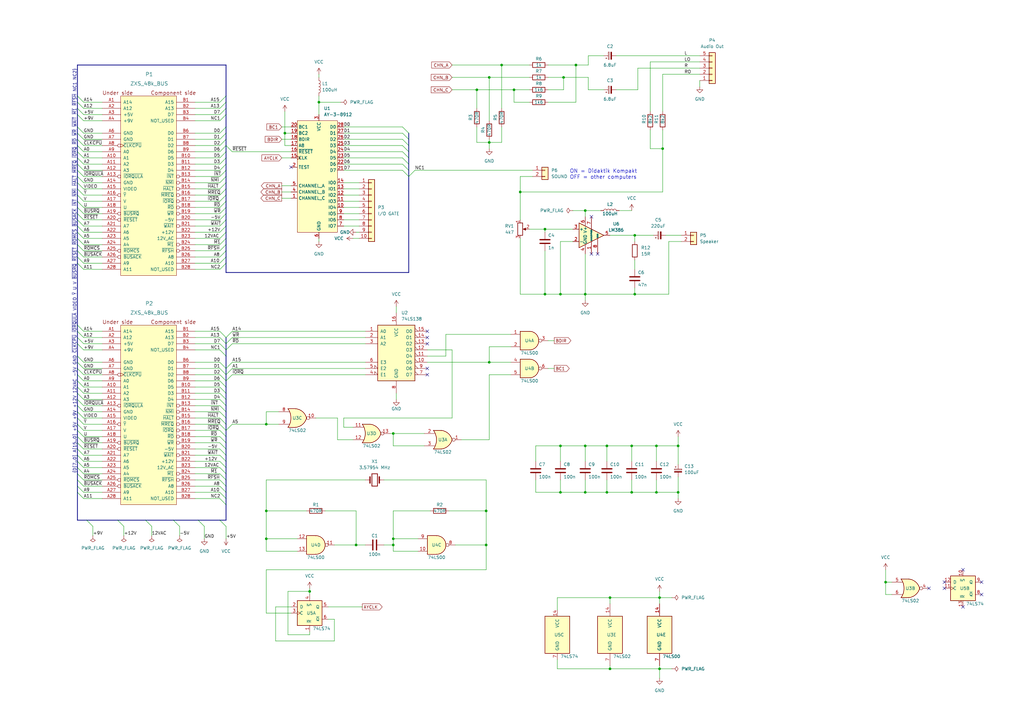
<source format=kicad_sch>
(kicad_sch (version 20211123) (generator eeschema)
  (paper "A3")
  (title_block (title "Melodik2") (date "2025-03-28") (rev "2.0") (company "z00m ^ SinDiKAT"))
  (junction (at 250.19 274.32))
  (junction (at 205.74 26.67))
  (junction (at 269.24 201.93))
  (junction (at 199.39 223.52))
  (junction (at 240.03 120.65))
  (junction (at 240.03 182.88))
  (junction (at 210.82 36.83))
  (junction (at 270.51 245.11))
  (junction (at 109.22 209.55))
  (junction (at 161.29 223.52))
  (junction (at 259.08 201.93))
  (junction (at 161.29 177.8))
  (junction (at 229.87 120.65))
  (junction (at 271.78 60.96))
  (junction (at 231.14 31.75))
  (junction (at 240.03 86.36))
  (junction (at 223.52 93.98))
  (junction (at 200.66 148.59))
  (junction (at 270.51 274.32))
  (junction (at 260.35 120.65))
  (junction (at 363.22 238.76))
  (junction (at 116.84 54.61))
  (junction (at 200.66 31.75))
  (junction (at 229.87 201.93))
  (junction (at 278.13 182.88))
  (junction (at 213.36 78.74))
  (junction (at 161.29 220.98))
  (junction (at 236.22 26.67))
  (junction (at 278.13 201.93))
  (junction (at 199.39 209.55))
  (junction (at 250.19 245.11))
  (junction (at 223.52 120.65))
  (junction (at 200.66 58.42))
  (junction (at 229.87 182.88))
  (junction (at 146.05 223.52))
  (junction (at 127 242.57))
  (junction (at 259.08 182.88))
  (junction (at 130.81 41.91))
  (junction (at 269.24 182.88))
  (junction (at 248.92 182.88))
  (junction (at 195.58 36.83))
  (junction (at 240.03 201.93))
  (junction (at 248.92 201.93))
  (junction (at 260.35 96.52))
  (junction (at 109.22 220.98))
  (junction (at 109.22 173.99))
  (no_connect (at 242.57 104.14))
  (no_connect (at 175.26 140.97))
  (no_connect (at 245.11 104.14))
  (no_connect (at 394.97 248.92))
  (no_connect (at 402.59 243.84))
  (no_connect (at 175.26 153.67))
  (no_connect (at 387.35 241.3))
  (no_connect (at 387.35 238.76))
  (no_connect (at 402.59 238.76))
  (no_connect (at 119.38 68.58))
  (no_connect (at 394.97 233.68))
  (no_connect (at 175.26 151.13))
  (no_connect (at 381 241.3))
  (no_connect (at 175.26 135.89))
  (no_connect (at 175.26 138.43))
  (no_connect (at 242.57 88.9))
  (bus_entry (at 31.75 168.91) (size 2.54 2.54))
  (bus_entry (at 92.71 158.75) (size -2.54 -2.54))
  (bus_entry (at 31.75 46.99) (size 2.54 2.54))
  (bus_entry (at 92.71 69.85) (size -2.54 2.54))
  (bus_entry (at 92.71 199.39) (size -2.54 -2.54))
  (bus_entry (at 92.71 100.33) (size -2.54 2.54))
  (bus_entry (at 71.12 213.36) (size 2.54 2.54))
  (bus_entry (at 31.75 64.77) (size 2.54 2.54))
  (bus_entry (at 92.71 95.25) (size -2.54 2.54))
  (bus_entry (at 31.75 138.43) (size 2.54 2.54))
  (bus_entry (at 167.64 59.69) (size -2.54 -2.54))
  (bus_entry (at 92.71 171.45) (size -2.54 -2.54))
  (bus_entry (at 92.71 194.31) (size -2.54 -2.54))
  (bus_entry (at 31.75 179.07) (size 2.54 2.54))
  (bus_entry (at 31.75 166.37) (size 2.54 2.54))
  (bus_entry (at 92.71 64.77) (size -2.54 2.54))
  (bus_entry (at 92.71 161.29) (size -2.54 -2.54))
  (bus_entry (at 31.75 85.09) (size 2.54 2.54))
  (bus_entry (at 31.75 140.97) (size 2.54 2.54))
  (bus_entry (at 31.75 146.05) (size 2.54 2.54))
  (bus_entry (at 31.75 135.89) (size 2.54 2.54))
  (bus_entry (at 31.75 176.53) (size 2.54 2.54))
  (bus_entry (at 92.71 151.13) (size -2.54 -2.54))
  (bus_entry (at 31.75 171.45) (size 2.54 2.54))
  (bus_entry (at 92.71 163.83) (size -2.54 -2.54))
  (bus_entry (at 92.71 52.07) (size -2.54 2.54))
  (bus_entry (at 167.64 57.15) (size -2.54 -2.54))
  (bus_entry (at 92.71 67.31) (size -2.54 2.54))
  (bus_entry (at 31.75 87.63) (size 2.54 2.54))
  (bus_entry (at 31.75 194.31) (size 2.54 2.54))
  (bus_entry (at 167.64 54.61) (size -2.54 -2.54))
  (bus_entry (at 92.71 57.15) (size -2.54 2.54))
  (bus_entry (at 167.64 62.23) (size -2.54 -2.54))
  (bus_entry (at 92.71 107.95) (size -2.54 2.54))
  (bus_entry (at 90.17 213.36) (size 2.54 2.54))
  (bus_entry (at 92.71 77.47) (size -2.54 2.54))
  (bus_entry (at 92.71 146.05) (size -2.54 -2.54))
  (bus_entry (at 31.75 173.99) (size 2.54 2.54))
  (bus_entry (at 92.71 140.97) (size 2.54 -2.54))
  (bus_entry (at 92.71 201.93) (size -2.54 -2.54))
  (bus_entry (at 31.75 90.17) (size 2.54 2.54))
  (bus_entry (at 92.71 143.51) (size -2.54 -2.54))
  (bus_entry (at 31.75 72.39) (size 2.54 2.54))
  (bus_entry (at 92.71 176.53) (size -2.54 -2.54))
  (bus_entry (at 31.75 191.77) (size 2.54 2.54))
  (bus_entry (at 31.75 54.61) (size 2.54 2.54))
  (bus_entry (at 92.71 102.87) (size -2.54 2.54))
  (bus_entry (at 92.71 153.67) (size -2.54 -2.54))
  (bus_entry (at 31.75 158.75) (size 2.54 2.54))
  (bus_entry (at 167.64 67.31) (size -2.54 -2.54))
  (bus_entry (at 92.71 166.37) (size -2.54 -2.54))
  (bus_entry (at 92.71 97.79) (size -2.54 2.54))
  (bus_entry (at 31.75 102.87) (size 2.54 2.54))
  (bus_entry (at 31.75 107.95) (size 2.54 2.54))
  (bus_entry (at 92.71 85.09) (size -2.54 2.54))
  (bus_entry (at 92.71 105.41) (size -2.54 2.54))
  (bus_entry (at 31.75 69.85) (size 2.54 2.54))
  (bus_entry (at 92.71 168.91) (size -2.54 -2.54))
  (bus_entry (at 31.75 163.83) (size 2.54 2.54))
  (bus_entry (at 92.71 59.69) (size -2.54 2.54))
  (bus_entry (at 167.64 72.39) (size 2.54 -2.54))
  (bus_entry (at 31.75 189.23) (size 2.54 2.54))
  (bus_entry (at 31.75 92.71) (size 2.54 2.54))
  (bus_entry (at 31.75 153.67) (size 2.54 2.54))
  (bus_entry (at 59.69 213.36) (size 2.54 2.54))
  (bus_entry (at 92.71 72.39) (size -2.54 2.54))
  (bus_entry (at 31.75 148.59) (size 2.54 2.54))
  (bus_entry (at 92.71 138.43) (size -2.54 -2.54))
  (bus_entry (at 31.75 201.93) (size 2.54 2.54))
  (bus_entry (at 92.71 138.43) (size 2.54 -2.54))
  (bus_entry (at 31.75 199.39) (size 2.54 2.54))
  (bus_entry (at 31.75 151.13) (size 2.54 2.54))
  (bus_entry (at 92.71 46.99) (size -2.54 2.54))
  (bus_entry (at 92.71 59.69) (size 2.54 2.54))
  (bus_entry (at 92.71 140.97) (size -2.54 -2.54))
  (bus_entry (at 31.75 62.23) (size 2.54 2.54))
  (bus_entry (at 31.75 39.37) (size 2.54 2.54))
  (bus_entry (at 92.71 82.55) (size -2.54 2.54))
  (bus_entry (at 92.71 179.07) (size -2.54 -2.54))
  (bus_entry (at 92.71 151.13) (size 2.54 -2.54))
  (bus_entry (at 92.71 184.15) (size -2.54 -2.54))
  (bus_entry (at 31.75 100.33) (size 2.54 2.54))
  (bus_entry (at 92.71 156.21) (size -2.54 -2.54))
  (bus_entry (at 92.71 54.61) (size -2.54 2.54))
  (bus_entry (at 48.26 213.36) (size 2.54 2.54))
  (bus_entry (at 81.28 213.36) (size 2.54 2.54))
  (bus_entry (at 31.75 77.47) (size 2.54 2.54))
  (bus_entry (at 92.71 44.45) (size -2.54 2.54))
  (bus_entry (at 92.71 92.71) (size -2.54 2.54))
  (bus_entry (at 31.75 80.01) (size 2.54 2.54))
  (bus_entry (at 92.71 143.51) (size 2.54 -2.54))
  (bus_entry (at 31.75 184.15) (size 2.54 2.54))
  (bus_entry (at 31.75 161.29) (size 2.54 2.54))
  (bus_entry (at 31.75 74.93) (size 2.54 2.54))
  (bus_entry (at 31.75 67.31) (size 2.54 2.54))
  (bus_entry (at 167.64 69.85) (size -2.54 -2.54))
  (bus_entry (at 31.75 133.35) (size 2.54 2.54))
  (bus_entry (at 31.75 44.45) (size 2.54 2.54))
  (bus_entry (at 31.75 57.15) (size 2.54 2.54))
  (bus_entry (at 167.64 64.77) (size -2.54 -2.54))
  (bus_entry (at 31.75 196.85) (size 2.54 2.54))
  (bus_entry (at 92.71 181.61) (size -2.54 -2.54))
  (bus_entry (at 92.71 204.47) (size -2.54 -2.54))
  (bus_entry (at 31.75 82.55) (size 2.54 2.54))
  (bus_entry (at 31.75 156.21) (size 2.54 2.54))
  (bus_entry (at 92.71 186.69) (size -2.54 -2.54))
  (bus_entry (at 31.75 186.69) (size 2.54 2.54))
  (bus_entry (at 92.71 62.23) (size -2.54 2.54))
  (bus_entry (at 92.71 41.91) (size -2.54 2.54))
  (bus_entry (at 92.71 176.53) (size 2.54 -2.54))
  (bus_entry (at 92.71 191.77) (size -2.54 -2.54))
  (bus_entry (at 92.71 196.85) (size -2.54 -2.54))
  (bus_entry (at 92.71 153.67) (size 2.54 -2.54))
  (bus_entry (at 92.71 74.93) (size -2.54 2.54))
  (bus_entry (at 31.75 59.69) (size 2.54 2.54))
  (bus_entry (at 31.75 52.07) (size 2.54 2.54))
  (bus_entry (at 31.75 97.79) (size 2.54 2.54))
  (bus_entry (at 92.71 80.01) (size -2.54 2.54))
  (bus_entry (at 31.75 95.25) (size 2.54 2.54))
  (bus_entry (at 92.71 189.23) (size -2.54 -2.54))
  (bus_entry (at 92.71 207.01) (size -2.54 -2.54))
  (bus_entry (at 31.75 105.41) (size 2.54 2.54))
  (bus_entry (at 92.71 173.99) (size -2.54 -2.54))
  (bus_entry (at 167.64 72.39) (size -2.54 -2.54))
  (bus_entry (at 31.75 41.91) (size 2.54 2.54))
  (bus_entry (at 92.71 90.17) (size -2.54 2.54))
  (bus_entry (at 92.71 156.21) (size 2.54 -2.54))
  (bus_entry (at 35.56 213.36) (size 2.54 2.54))
  (bus_entry (at 92.71 87.63) (size -2.54 2.54))
  (bus_entry (at 31.75 181.61) (size 2.54 2.54))
  (bus_entry (at 92.71 39.37) (size -2.54 2.54))
  (wire (pts (xy 259.08 201.93) (xy 269.24 201.93)))
  (wire (pts (xy 260.35 118.11) (xy 260.35 120.65)))
  (wire (pts (xy 80.01 105.41) (xy 90.17 105.41)))
  (wire (pts (xy 140.97 171.45) (xy 140.97 175.26)))
  (wire (pts (xy 116.84 54.61) (xy 119.38 54.61)))
  (bus (pts (xy 92.71 41.91) (xy 92.71 44.45)))
  (wire (pts (xy 34.29 196.85) (xy 41.91 196.85)))
  (wire (pts (xy 236.22 26.67) (xy 241.3 26.67)))
  (wire (pts (xy 109.22 251.46) (xy 109.22 233.68)))
  (bus (pts (xy 92.71 90.17) (xy 92.71 92.71)))
  (wire (pts (xy 259.08 196.85) (xy 259.08 201.93)))
  (wire (pts (xy 229.87 201.93) (xy 240.03 201.93)))
  (bus (pts (xy 31.75 107.95) (xy 31.75 133.35)))
  (wire (pts (xy 34.29 173.99) (xy 41.91 173.99)))
  (wire (pts (xy 162.56 125.73) (xy 162.56 128.27)))
  (bus (pts (xy 31.75 100.33) (xy 31.75 102.87)))
  (bus (pts (xy 48.26 213.36) (xy 59.69 213.36)))
  (wire (pts (xy 80.01 46.99) (xy 90.17 46.99)))
  (wire (pts (xy 34.29 201.93) (xy 41.91 201.93)))
  (bus (pts (xy 81.28 213.36) (xy 90.17 213.36)))
  (wire (pts (xy 248.92 201.93) (xy 259.08 201.93)))
  (wire (pts (xy 205.74 26.67) (xy 217.17 26.67)))
  (bus (pts (xy 31.75 87.63) (xy 31.75 90.17)))
  (wire (pts (xy 118.11 260.35) (xy 118.11 242.57)))
  (wire (pts (xy 140.97 90.17) (xy 147.32 90.17)))
  (wire (pts (xy 224.79 31.75) (xy 231.14 31.75)))
  (bus (pts (xy 167.64 67.31) (xy 167.64 69.85)))
  (wire (pts (xy 213.36 78.74) (xy 271.78 78.74)))
  (wire (pts (xy 80.01 176.53) (xy 90.17 176.53)))
  (wire (pts (xy 260.35 96.52) (xy 267.97 96.52)))
  (wire (pts (xy 140.97 67.31) (xy 165.1 67.31)))
  (wire (pts (xy 213.36 78.74) (xy 213.36 90.17)))
  (wire (pts (xy 95.25 138.43) (xy 149.86 138.43)))
  (bus (pts (xy 31.75 138.43) (xy 31.75 140.97)))
  (wire (pts (xy 240.03 201.93) (xy 248.92 201.93)))
  (wire (pts (xy 34.29 100.33) (xy 41.91 100.33)))
  (wire (pts (xy 200.66 58.42) (xy 200.66 60.96)))
  (wire (pts (xy 34.29 179.07) (xy 41.91 179.07)))
  (bus (pts (xy 31.75 194.31) (xy 31.75 196.85)))
  (wire (pts (xy 144.78 180.34) (xy 138.43 180.34)))
  (bus (pts (xy 31.75 153.67) (xy 31.75 156.21)))
  (wire (pts (xy 80.01 158.75) (xy 90.17 158.75)))
  (wire (pts (xy 34.29 156.21) (xy 41.91 156.21)))
  (wire (pts (xy 109.22 168.91) (xy 114.3 168.91)))
  (wire (pts (xy 140.97 57.15) (xy 165.1 57.15)))
  (wire (pts (xy 241.3 22.86) (xy 247.65 22.86)))
  (wire (pts (xy 231.14 31.75) (xy 241.3 31.75)))
  (wire (pts (xy 34.29 95.25) (xy 41.91 95.25)))
  (wire (pts (xy 224.79 26.67) (xy 236.22 26.67)))
  (wire (pts (xy 80.01 87.63) (xy 90.17 87.63)))
  (wire (pts (xy 113.03 262.89) (xy 137.16 262.89)))
  (wire (pts (xy 95.25 148.59) (xy 149.86 148.59)))
  (bus (pts (xy 92.71 168.91) (xy 92.71 171.45)))
  (wire (pts (xy 217.17 93.98) (xy 223.52 93.98)))
  (bus (pts (xy 31.75 46.99) (xy 31.75 52.07)))
  (wire (pts (xy 161.29 220.98) (xy 161.29 223.52)))
  (wire (pts (xy 80.01 168.91) (xy 90.17 168.91)))
  (wire (pts (xy 210.82 41.91) (xy 217.17 41.91)))
  (wire (pts (xy 80.01 161.29) (xy 90.17 161.29)))
  (wire (pts (xy 34.29 194.31) (xy 41.91 194.31)))
  (wire (pts (xy 162.56 161.29) (xy 162.56 163.83)))
  (bus (pts (xy 92.71 74.93) (xy 92.71 77.47)))
  (wire (pts (xy 278.13 201.93) (xy 278.13 195.58)))
  (bus (pts (xy 92.71 191.77) (xy 92.71 194.31)))
  (wire (pts (xy 34.29 49.53) (xy 41.91 49.53)))
  (wire (pts (xy 134.62 248.92) (xy 148.59 248.92)))
  (wire (pts (xy 127 260.35) (xy 118.11 260.35)))
  (wire (pts (xy 137.16 262.89) (xy 137.16 254)))
  (bus (pts (xy 31.75 146.05) (xy 31.75 148.59)))
  (wire (pts (xy 195.58 52.07) (xy 195.58 58.42)))
  (wire (pts (xy 80.01 166.37) (xy 90.17 166.37)))
  (wire (pts (xy 109.22 220.98) (xy 121.92 220.98)))
  (wire (pts (xy 80.01 59.69) (xy 90.17 59.69)))
  (wire (pts (xy 271.78 53.34) (xy 271.78 60.96)))
  (wire (pts (xy 34.29 64.77) (xy 41.91 64.77)))
  (wire (pts (xy 186.69 223.52) (xy 199.39 223.52)))
  (bus (pts (xy 31.75 161.29) (xy 31.75 163.83)))
  (wire (pts (xy 157.48 196.85) (xy 199.39 196.85)))
  (wire (pts (xy 363.22 238.76) (xy 365.76 238.76)))
  (bus (pts (xy 92.71 69.85) (xy 92.71 72.39)))
  (bus (pts (xy 92.71 80.01) (xy 92.71 82.55)))
  (bus (pts (xy 92.71 57.15) (xy 92.71 59.69)))
  (wire (pts (xy 80.01 171.45) (xy 90.17 171.45)))
  (wire (pts (xy 95.25 135.89) (xy 149.86 135.89)))
  (wire (pts (xy 113.03 248.92) (xy 113.03 262.89)))
  (wire (pts (xy 161.29 209.55) (xy 161.29 220.98)))
  (wire (pts (xy 109.22 209.55) (xy 109.22 220.98)))
  (wire (pts (xy 250.19 247.65) (xy 250.19 245.11)))
  (bus (pts (xy 92.71 199.39) (xy 92.71 201.93)))
  (wire (pts (xy 80.01 44.45) (xy 90.17 44.45)))
  (wire (pts (xy 260.35 120.65) (xy 274.32 120.65)))
  (wire (pts (xy 185.42 26.67) (xy 205.74 26.67)))
  (wire (pts (xy 34.29 153.67) (xy 41.91 153.67)))
  (bus (pts (xy 31.75 90.17) (xy 31.75 92.71)))
  (wire (pts (xy 157.48 223.52) (xy 161.29 223.52)))
  (bus (pts (xy 31.75 54.61) (xy 31.75 57.15)))
  (bus (pts (xy 31.75 196.85) (xy 31.75 199.39)))
  (wire (pts (xy 224.79 36.83) (xy 231.14 36.83)))
  (wire (pts (xy 189.23 180.34) (xy 200.66 180.34)))
  (bus (pts (xy 31.75 163.83) (xy 31.75 166.37)))
  (wire (pts (xy 133.35 209.55) (xy 146.05 209.55)))
  (wire (pts (xy 363.22 243.84) (xy 365.76 243.84)))
  (wire (pts (xy 80.01 90.17) (xy 90.17 90.17)))
  (bus (pts (xy 92.71 163.83) (xy 92.71 166.37)))
  (wire (pts (xy 80.01 57.15) (xy 90.17 57.15)))
  (wire (pts (xy 146.05 223.52) (xy 149.86 223.52)))
  (wire (pts (xy 210.82 36.83) (xy 210.82 41.91)))
  (wire (pts (xy 80.01 80.01) (xy 90.17 80.01)))
  (wire (pts (xy 80.01 110.49) (xy 90.17 110.49)))
  (bus (pts (xy 31.75 156.21) (xy 31.75 158.75)))
  (wire (pts (xy 270.51 245.11) (xy 270.51 247.65)))
  (wire (pts (xy 250.19 96.52) (xy 260.35 96.52)))
  (wire (pts (xy 278.13 179.07) (xy 278.13 182.88)))
  (wire (pts (xy 182.88 146.05) (xy 182.88 137.16)))
  (wire (pts (xy 210.82 36.83) (xy 217.17 36.83)))
  (wire (pts (xy 34.29 69.85) (xy 41.91 69.85)))
  (wire (pts (xy 182.88 137.16) (xy 209.55 137.16)))
  (bus (pts (xy 90.17 213.36) (xy 92.71 213.36)))
  (bus (pts (xy 92.71 196.85) (xy 92.71 199.39)))
  (wire (pts (xy 127 242.57) (xy 127 241.3)))
  (wire (pts (xy 80.01 204.47) (xy 90.17 204.47)))
  (wire (pts (xy 185.42 171.45) (xy 140.97 171.45)))
  (wire (pts (xy 80.01 163.83) (xy 90.17 163.83)))
  (bus (pts (xy 92.71 179.07) (xy 92.71 181.61)))
  (wire (pts (xy 161.29 182.88) (xy 161.29 177.8)))
  (wire (pts (xy 134.62 254) (xy 137.16 254)))
  (bus (pts (xy 92.71 95.25) (xy 92.71 97.79)))
  (wire (pts (xy 228.6 274.32) (xy 250.19 274.32)))
  (wire (pts (xy 80.01 189.23) (xy 90.17 189.23)))
  (wire (pts (xy 34.29 41.91) (xy 41.91 41.91)))
  (wire (pts (xy 199.39 223.52) (xy 199.39 233.68)))
  (wire (pts (xy 240.03 86.36) (xy 240.03 88.9)))
  (bus (pts (xy 92.71 59.69) (xy 92.71 62.23)))
  (wire (pts (xy 278.13 201.93) (xy 278.13 204.47)))
  (wire (pts (xy 34.29 90.17) (xy 41.91 90.17)))
  (wire (pts (xy 200.66 148.59) (xy 209.55 148.59)))
  (bus (pts (xy 92.71 186.69) (xy 92.71 189.23)))
  (wire (pts (xy 269.24 201.93) (xy 278.13 201.93)))
  (wire (pts (xy 115.57 52.07) (xy 119.38 52.07)))
  (wire (pts (xy 170.18 69.85) (xy 218.44 69.85)))
  (bus (pts (xy 71.12 213.36) (xy 81.28 213.36)))
  (wire (pts (xy 34.29 44.45) (xy 41.91 44.45)))
  (bus (pts (xy 31.75 179.07) (xy 31.75 181.61)))
  (wire (pts (xy 287.02 33.02) (xy 287.02 35.56)))
  (bus (pts (xy 35.56 213.36) (xy 48.26 213.36)))
  (wire (pts (xy 34.29 110.49) (xy 41.91 110.49)))
  (wire (pts (xy 266.7 45.72) (xy 266.7 25.4)))
  (bus (pts (xy 92.71 77.47) (xy 92.71 80.01)))
  (wire (pts (xy 175.26 146.05) (xy 182.88 146.05)))
  (bus (pts (xy 31.75 168.91) (xy 31.75 171.45)))
  (wire (pts (xy 34.29 87.63) (xy 41.91 87.63)))
  (wire (pts (xy 127 259.08) (xy 127 260.35)))
  (wire (pts (xy 109.22 168.91) (xy 109.22 173.99)))
  (wire (pts (xy 140.97 62.23) (xy 165.1 62.23)))
  (wire (pts (xy 200.66 31.75) (xy 200.66 49.53)))
  (wire (pts (xy 140.97 74.93) (xy 147.32 74.93)))
  (wire (pts (xy 240.03 120.65) (xy 240.03 123.19)))
  (wire (pts (xy 34.29 166.37) (xy 41.91 166.37)))
  (wire (pts (xy 80.01 194.31) (xy 90.17 194.31)))
  (wire (pts (xy 139.7 41.91) (xy 130.81 41.91)))
  (wire (pts (xy 219.71 201.93) (xy 229.87 201.93)))
  (wire (pts (xy 34.29 92.71) (xy 41.91 92.71)))
  (wire (pts (xy 234.95 86.36) (xy 240.03 86.36)))
  (bus (pts (xy 31.75 59.69) (xy 31.75 62.23)))
  (wire (pts (xy 260.35 106.68) (xy 260.35 110.49)))
  (wire (pts (xy 252.73 36.83) (xy 261.62 36.83)))
  (wire (pts (xy 200.66 58.42) (xy 205.74 58.42)))
  (wire (pts (xy 213.36 72.39) (xy 218.44 72.39)))
  (wire (pts (xy 80.01 135.89) (xy 90.17 135.89)))
  (wire (pts (xy 73.66 215.9) (xy 73.66 219.71)))
  (wire (pts (xy 80.01 64.77) (xy 90.17 64.77)))
  (wire (pts (xy 130.81 39.37) (xy 130.81 41.91)))
  (bus (pts (xy 31.75 148.59) (xy 31.75 151.13)))
  (wire (pts (xy 248.92 182.88) (xy 259.08 182.88)))
  (wire (pts (xy 62.23 215.9) (xy 62.23 219.71)))
  (wire (pts (xy 80.01 151.13) (xy 90.17 151.13)))
  (wire (pts (xy 38.1 215.9) (xy 38.1 219.71)))
  (wire (pts (xy 248.92 182.88) (xy 248.92 189.23)))
  (wire (pts (xy 175.26 148.59) (xy 200.66 148.59)))
  (wire (pts (xy 127 242.57) (xy 127 243.84)))
  (wire (pts (xy 271.78 30.48) (xy 271.78 45.72)))
  (wire (pts (xy 80.01 49.53) (xy 90.17 49.53)))
  (bus (pts (xy 31.75 80.01) (xy 31.75 82.55)))
  (wire (pts (xy 50.8 215.9) (xy 50.8 219.71)))
  (wire (pts (xy 231.14 36.83) (xy 231.14 31.75)))
  (wire (pts (xy 261.62 27.94) (xy 287.02 27.94)))
  (wire (pts (xy 80.01 102.87) (xy 90.17 102.87)))
  (wire (pts (xy 205.74 26.67) (xy 205.74 44.45)))
  (wire (pts (xy 236.22 41.91) (xy 236.22 26.67)))
  (wire (pts (xy 95.25 151.13) (xy 149.86 151.13)))
  (wire (pts (xy 274.32 99.06) (xy 274.32 120.65)))
  (wire (pts (xy 228.6 245.11) (xy 250.19 245.11)))
  (bus (pts (xy 31.75 201.93) (xy 31.75 213.36)))
  (bus (pts (xy 92.71 72.39) (xy 92.71 74.93)))
  (bus (pts (xy 31.75 85.09) (xy 31.75 87.63)))
  (wire (pts (xy 195.58 36.83) (xy 195.58 44.45)))
  (wire (pts (xy 130.81 97.79) (xy 130.81 99.06)))
  (wire (pts (xy 146.05 223.52) (xy 146.05 209.55)))
  (wire (pts (xy 80.01 196.85) (xy 90.17 196.85)))
  (wire (pts (xy 34.29 143.51) (xy 41.91 143.51)))
  (wire (pts (xy 34.29 54.61) (xy 41.91 54.61)))
  (wire (pts (xy 109.22 251.46) (xy 119.38 251.46)))
  (wire (pts (xy 185.42 31.75) (xy 200.66 31.75)))
  (wire (pts (xy 80.01 156.21) (xy 90.17 156.21)))
  (bus (pts (xy 31.75 57.15) (xy 31.75 59.69)))
  (wire (pts (xy 144.78 97.79) (xy 147.32 97.79)))
  (wire (pts (xy 80.01 74.93) (xy 90.17 74.93)))
  (wire (pts (xy 146.05 95.25) (xy 147.32 95.25)))
  (wire (pts (xy 270.51 274.32) (xy 275.59 274.32)))
  (wire (pts (xy 161.29 220.98) (xy 171.45 220.98)))
  (wire (pts (xy 240.03 120.65) (xy 260.35 120.65)))
  (bus (pts (xy 31.75 166.37) (xy 31.75 168.91)))
  (bus (pts (xy 31.75 67.31) (xy 31.75 69.85)))
  (wire (pts (xy 80.01 143.51) (xy 90.17 143.51)))
  (bus (pts (xy 31.75 199.39) (xy 31.75 201.93)))
  (wire (pts (xy 34.29 158.75) (xy 41.91 158.75)))
  (wire (pts (xy 34.29 151.13) (xy 41.91 151.13)))
  (wire (pts (xy 274.32 99.06) (xy 279.4 99.06)))
  (wire (pts (xy 80.01 191.77) (xy 90.17 191.77)))
  (wire (pts (xy 95.25 173.99) (xy 109.22 173.99)))
  (wire (pts (xy 199.39 209.55) (xy 199.39 223.52)))
  (bus (pts (xy 31.75 41.91) (xy 31.75 44.45)))
  (wire (pts (xy 219.71 196.85) (xy 219.71 201.93)))
  (bus (pts (xy 31.75 158.75) (xy 31.75 161.29)))
  (bus (pts (xy 92.71 111.76) (xy 167.64 111.76)))
  (wire (pts (xy 34.29 85.09) (xy 41.91 85.09)))
  (wire (pts (xy 109.22 226.06) (xy 121.92 226.06)))
  (bus (pts (xy 92.71 146.05) (xy 92.71 151.13)))
  (wire (pts (xy 80.01 100.33) (xy 90.17 100.33)))
  (wire (pts (xy 80.01 186.69) (xy 90.17 186.69)))
  (wire (pts (xy 34.29 138.43) (xy 41.91 138.43)))
  (wire (pts (xy 80.01 92.71) (xy 90.17 92.71)))
  (wire (pts (xy 116.84 59.69) (xy 119.38 59.69)))
  (bus (pts (xy 31.75 72.39) (xy 31.75 74.93)))
  (wire (pts (xy 229.87 182.88) (xy 240.03 182.88)))
  (wire (pts (xy 34.29 189.23) (xy 41.91 189.23)))
  (wire (pts (xy 266.7 60.96) (xy 271.78 60.96)))
  (wire (pts (xy 223.52 93.98) (xy 223.52 95.25)))
  (wire (pts (xy 34.29 46.99) (xy 41.91 46.99)))
  (wire (pts (xy 109.22 209.55) (xy 125.73 209.55)))
  (bus (pts (xy 31.75 173.99) (xy 31.75 176.53)))
  (wire (pts (xy 34.29 97.79) (xy 41.91 97.79)))
  (bus (pts (xy 92.71 87.63) (xy 92.71 90.17)))
  (bus (pts (xy 31.75 97.79) (xy 31.75 100.33)))
  (wire (pts (xy 92.71 215.9) (xy 92.71 220.98)))
  (wire (pts (xy 80.01 140.97) (xy 90.17 140.97)))
  (wire (pts (xy 80.01 69.85) (xy 90.17 69.85)))
  (bus (pts (xy 92.71 97.79) (xy 92.71 100.33)))
  (wire (pts (xy 34.29 57.15) (xy 41.91 57.15)))
  (wire (pts (xy 363.22 233.68) (xy 363.22 238.76)))
  (wire (pts (xy 34.29 161.29) (xy 41.91 161.29)))
  (wire (pts (xy 240.03 86.36) (xy 246.38 86.36)))
  (bus (pts (xy 31.75 189.23) (xy 31.75 191.77)))
  (wire (pts (xy 80.01 179.07) (xy 90.17 179.07)))
  (bus (pts (xy 31.75 39.37) (xy 31.75 41.91)))
  (wire (pts (xy 115.57 76.2) (xy 119.38 76.2)))
  (bus (pts (xy 167.64 64.77) (xy 167.64 67.31)))
  (bus (pts (xy 92.71 100.33) (xy 92.71 102.87)))
  (wire (pts (xy 137.16 223.52) (xy 146.05 223.52)))
  (wire (pts (xy 278.13 182.88) (xy 278.13 190.5)))
  (wire (pts (xy 80.01 77.47) (xy 90.17 77.47)))
  (wire (pts (xy 363.22 238.76) (xy 363.22 243.84)))
  (wire (pts (xy 140.97 175.26) (xy 144.78 175.26)))
  (wire (pts (xy 200.66 153.67) (xy 209.55 153.67)))
  (wire (pts (xy 34.29 176.53) (xy 41.91 176.53)))
  (wire (pts (xy 228.6 270.51) (xy 228.6 274.32)))
  (wire (pts (xy 80.01 97.79) (xy 90.17 97.79)))
  (wire (pts (xy 213.36 120.65) (xy 223.52 120.65)))
  (wire (pts (xy 109.22 196.85) (xy 109.22 209.55)))
  (wire (pts (xy 266.7 25.4) (xy 287.02 25.4)))
  (wire (pts (xy 34.29 77.47) (xy 41.91 77.47)))
  (wire (pts (xy 80.01 107.95) (xy 90.17 107.95)))
  (wire (pts (xy 80.01 173.99) (xy 90.17 173.99)))
  (wire (pts (xy 224.79 139.7) (xy 227.33 139.7)))
  (wire (pts (xy 224.79 41.91) (xy 236.22 41.91)))
  (bus (pts (xy 167.64 59.69) (xy 167.64 62.23)))
  (bus (pts (xy 31.75 82.55) (xy 31.75 85.09)))
  (bus (pts (xy 92.71 166.37) (xy 92.71 168.91)))
  (bus (pts (xy 31.75 64.77) (xy 31.75 67.31)))
  (bus (pts (xy 31.75 140.97) (xy 31.75 146.05)))
  (wire (pts (xy 252.73 22.86) (xy 287.02 22.86)))
  (wire (pts (xy 116.84 54.61) (xy 116.84 59.69)))
  (wire (pts (xy 118.11 242.57) (xy 127 242.57)))
  (wire (pts (xy 34.29 80.01) (xy 41.91 80.01)))
  (wire (pts (xy 80.01 201.93) (xy 90.17 201.93)))
  (wire (pts (xy 250.19 274.32) (xy 270.51 274.32)))
  (wire (pts (xy 219.71 182.88) (xy 219.71 189.23)))
  (wire (pts (xy 240.03 104.14) (xy 240.03 120.65)))
  (wire (pts (xy 116.84 45.72) (xy 116.84 54.61)))
  (wire (pts (xy 83.82 215.9) (xy 83.82 220.98)))
  (wire (pts (xy 205.74 52.07) (xy 205.74 58.42)))
  (wire (pts (xy 109.22 196.85) (xy 149.86 196.85)))
  (wire (pts (xy 34.29 199.39) (xy 41.91 199.39)))
  (bus (pts (xy 31.75 102.87) (xy 31.75 105.41)))
  (wire (pts (xy 184.15 209.55) (xy 199.39 209.55)))
  (wire (pts (xy 34.29 163.83) (xy 41.91 163.83)))
  (bus (pts (xy 59.69 213.36) (xy 71.12 213.36)))
  (wire (pts (xy 140.97 80.01) (xy 147.32 80.01)))
  (wire (pts (xy 248.92 196.85) (xy 248.92 201.93)))
  (wire (pts (xy 34.29 72.39) (xy 41.91 72.39)))
  (bus (pts (xy 92.71 107.95) (xy 92.71 111.76)))
  (wire (pts (xy 223.52 120.65) (xy 229.87 120.65)))
  (bus (pts (xy 31.75 191.77) (xy 31.75 194.31)))
  (wire (pts (xy 34.29 171.45) (xy 41.91 171.45)))
  (wire (pts (xy 269.24 196.85) (xy 269.24 201.93)))
  (wire (pts (xy 271.78 30.48) (xy 287.02 30.48)))
  (bus (pts (xy 92.71 140.97) (xy 92.71 143.51)))
  (wire (pts (xy 270.51 242.57) (xy 270.51 245.11)))
  (bus (pts (xy 31.75 184.15) (xy 31.75 186.69)))
  (wire (pts (xy 115.57 57.15) (xy 119.38 57.15)))
  (bus (pts (xy 31.75 105.41) (xy 31.75 107.95)))
  (wire (pts (xy 140.97 85.09) (xy 147.32 85.09)))
  (wire (pts (xy 140.97 64.77) (xy 165.1 64.77)))
  (wire (pts (xy 80.01 54.61) (xy 90.17 54.61)))
  (wire (pts (xy 80.01 72.39) (xy 90.17 72.39)))
  (bus (pts (xy 92.71 46.99) (xy 92.71 52.07)))
  (bus (pts (xy 92.71 54.61) (xy 92.71 57.15)))
  (wire (pts (xy 115.57 64.77) (xy 119.38 64.77)))
  (bus (pts (xy 92.71 201.93) (xy 92.71 204.47)))
  (bus (pts (xy 31.75 151.13) (xy 31.75 153.67)))
  (wire (pts (xy 229.87 196.85) (xy 229.87 201.93)))
  (wire (pts (xy 199.39 196.85) (xy 199.39 209.55)))
  (bus (pts (xy 31.75 176.53) (xy 31.75 179.07)))
  (wire (pts (xy 80.01 138.43) (xy 90.17 138.43)))
  (bus (pts (xy 31.75 62.23) (xy 31.75 64.77)))
  (wire (pts (xy 80.01 85.09) (xy 90.17 85.09)))
  (bus (pts (xy 31.75 135.89) (xy 31.75 138.43)))
  (wire (pts (xy 34.29 148.59) (xy 41.91 148.59)))
  (wire (pts (xy 80.01 181.61) (xy 90.17 181.61)))
  (bus (pts (xy 92.71 52.07) (xy 92.71 54.61)))
  (bus (pts (xy 31.75 69.85) (xy 31.75 72.39)))
  (wire (pts (xy 109.22 233.68) (xy 199.39 233.68)))
  (bus (pts (xy 92.71 26.67) (xy 92.71 39.37)))
  (wire (pts (xy 160.02 177.8) (xy 161.29 177.8)))
  (wire (pts (xy 261.62 36.83) (xy 261.62 27.94)))
  (bus (pts (xy 92.71 102.87) (xy 92.71 105.41)))
  (wire (pts (xy 161.29 223.52) (xy 161.29 226.06)))
  (bus (pts (xy 92.71 62.23) (xy 92.71 64.77)))
  (wire (pts (xy 269.24 182.88) (xy 269.24 189.23)))
  (wire (pts (xy 80.01 153.67) (xy 90.17 153.67)))
  (bus (pts (xy 31.75 213.36) (xy 35.56 213.36)))
  (wire (pts (xy 109.22 220.98) (xy 109.22 226.06)))
  (wire (pts (xy 80.01 41.91) (xy 90.17 41.91)))
  (bus (pts (xy 31.75 44.45) (xy 31.75 46.99)))
  (bus (pts (xy 92.71 64.77) (xy 92.71 67.31)))
  (wire (pts (xy 34.29 74.93) (xy 41.91 74.93)))
  (bus (pts (xy 92.71 153.67) (xy 92.71 156.21)))
  (bus (pts (xy 167.64 54.61) (xy 167.64 57.15)))
  (wire (pts (xy 273.05 96.52) (xy 279.4 96.52)))
  (wire (pts (xy 270.51 273.05) (xy 270.51 274.32)))
  (wire (pts (xy 224.79 151.13) (xy 227.33 151.13)))
  (bus (pts (xy 167.64 57.15) (xy 167.64 59.69)))
  (wire (pts (xy 138.43 171.45) (xy 129.54 171.45)))
  (wire (pts (xy 80.01 95.25) (xy 90.17 95.25)))
  (wire (pts (xy 219.71 182.88) (xy 229.87 182.88)))
  (wire (pts (xy 213.36 97.79) (xy 213.36 120.65)))
  (bus (pts (xy 31.75 52.07) (xy 31.75 54.61)))
  (wire (pts (xy 34.29 102.87) (xy 41.91 102.87)))
  (wire (pts (xy 130.81 30.48) (xy 130.81 31.75)))
  (wire (pts (xy 266.7 53.34) (xy 266.7 60.96)))
  (wire (pts (xy 161.29 226.06) (xy 171.45 226.06)))
  (wire (pts (xy 250.19 273.05) (xy 250.19 274.32)))
  (wire (pts (xy 140.97 77.47) (xy 147.32 77.47)))
  (bus (pts (xy 31.75 171.45) (xy 31.75 173.99)))
  (bus (pts (xy 92.71 138.43) (xy 92.71 140.97)))
  (bus (pts (xy 167.64 72.39) (xy 167.64 111.76)))
  (wire (pts (xy 80.01 184.15) (xy 90.17 184.15)))
  (wire (pts (xy 200.66 180.34) (xy 200.66 153.67)))
  (bus (pts (xy 92.71 173.99) (xy 92.71 176.53)))
  (wire (pts (xy 140.97 52.07) (xy 165.1 52.07)))
  (bus (pts (xy 92.71 67.31) (xy 92.71 69.85)))
  (wire (pts (xy 200.66 31.75) (xy 217.17 31.75)))
  (wire (pts (xy 34.29 62.23) (xy 41.91 62.23)))
  (wire (pts (xy 80.01 62.23) (xy 90.17 62.23)))
  (bus (pts (xy 92.71 158.75) (xy 92.71 161.29)))
  (wire (pts (xy 34.29 67.31) (xy 41.91 67.31)))
  (bus (pts (xy 92.71 156.21) (xy 92.71 158.75)))
  (wire (pts (xy 270.51 245.11) (xy 275.59 245.11)))
  (bus (pts (xy 92.71 92.71) (xy 92.71 95.25)))
  (wire (pts (xy 185.42 143.51) (xy 185.42 171.45)))
  (wire (pts (xy 34.29 107.95) (xy 41.91 107.95)))
  (bus (pts (xy 92.71 184.15) (xy 92.71 186.69)))
  (wire (pts (xy 260.35 96.52) (xy 260.35 99.06)))
  (wire (pts (xy 140.97 54.61) (xy 165.1 54.61)))
  (wire (pts (xy 241.3 31.75) (xy 241.3 36.83)))
  (wire (pts (xy 80.01 82.55) (xy 90.17 82.55)))
  (wire (pts (xy 223.52 102.87) (xy 223.52 120.65)))
  (wire (pts (xy 195.58 36.83) (xy 210.82 36.83)))
  (bus (pts (xy 92.71 189.23) (xy 92.71 191.77)))
  (wire (pts (xy 240.03 196.85) (xy 240.03 201.93)))
  (wire (pts (xy 34.29 59.69) (xy 41.91 59.69)))
  (wire (pts (xy 213.36 72.39) (xy 213.36 78.74)))
  (bus (pts (xy 92.71 204.47) (xy 92.71 207.01)))
  (wire (pts (xy 80.01 148.59) (xy 90.17 148.59)))
  (wire (pts (xy 229.87 120.65) (xy 240.03 120.65)))
  (bus (pts (xy 92.71 44.45) (xy 92.71 46.99)))
  (wire (pts (xy 240.03 182.88) (xy 240.03 189.23)))
  (bus (pts (xy 92.71 105.41) (xy 92.71 107.95)))
  (wire (pts (xy 254 86.36) (xy 259.08 86.36)))
  (bus (pts (xy 92.71 85.09) (xy 92.71 87.63)))
  (bus (pts (xy 92.71 161.29) (xy 92.71 163.83)))
  (wire (pts (xy 140.97 69.85) (xy 165.1 69.85)))
  (wire (pts (xy 80.01 199.39) (xy 90.17 199.39)))
  (wire (pts (xy 34.29 186.69) (xy 41.91 186.69)))
  (wire (pts (xy 34.29 105.41) (xy 41.91 105.41)))
  (bus (pts (xy 31.75 74.93) (xy 31.75 77.47)))
  (wire (pts (xy 175.26 143.51) (xy 185.42 143.51)))
  (wire (pts (xy 269.24 182.88) (xy 278.13 182.88)))
  (bus (pts (xy 31.75 26.67) (xy 92.71 26.67)))
  (wire (pts (xy 259.08 182.88) (xy 269.24 182.88)))
  (wire (pts (xy 34.29 191.77) (xy 41.91 191.77)))
  (wire (pts (xy 80.01 67.31) (xy 90.17 67.31)))
  (wire (pts (xy 240.03 182.88) (xy 248.92 182.88)))
  (wire (pts (xy 200.66 57.15) (xy 200.66 58.42)))
  (wire (pts (xy 200.66 142.24) (xy 209.55 142.24)))
  (wire (pts (xy 95.25 62.23) (xy 119.38 62.23)))
  (wire (pts (xy 229.87 99.06) (xy 234.95 99.06)))
  (bus (pts (xy 167.64 62.23) (xy 167.64 64.77)))
  (wire (pts (xy 229.87 182.88) (xy 229.87 189.23)))
  (wire (pts (xy 95.25 140.97) (xy 149.86 140.97)))
  (wire (pts (xy 140.97 59.69) (xy 165.1 59.69)))
  (wire (pts (xy 259.08 182.88) (xy 259.08 189.23)))
  (bus (pts (xy 31.75 181.61) (xy 31.75 184.15)))
  (wire (pts (xy 34.29 168.91) (xy 41.91 168.91)))
  (bus (pts (xy 92.71 176.53) (xy 92.71 179.07)))
  (wire (pts (xy 34.29 204.47) (xy 41.91 204.47)))
  (wire (pts (xy 34.29 184.15) (xy 41.91 184.15)))
  (wire (pts (xy 130.81 41.91) (xy 130.81 46.99)))
  (bus (pts (xy 31.75 133.35) (xy 31.75 135.89)))
  (wire (pts (xy 95.25 153.67) (xy 149.86 153.67)))
  (wire (pts (xy 229.87 99.06) (xy 229.87 120.65)))
  (wire (pts (xy 161.29 182.88) (xy 173.99 182.88)))
  (bus (pts (xy 92.71 194.31) (xy 92.71 196.85)))
  (wire (pts (xy 241.3 26.67) (xy 241.3 22.86)))
  (bus (pts (xy 31.75 26.67) (xy 31.75 39.37)))
  (wire (pts (xy 115.57 81.28) (xy 119.38 81.28)))
  (wire (pts (xy 140.97 87.63) (xy 147.32 87.63)))
  (bus (pts (xy 31.75 186.69) (xy 31.75 189.23)))
  (wire (pts (xy 271.78 60.96) (xy 271.78 78.74)))
  (wire (pts (xy 34.29 140.97) (xy 41.91 140.97)))
  (bus (pts (xy 92.71 82.55) (xy 92.71 85.09)))
  (bus (pts (xy 92.71 151.13) (xy 92.71 153.67)))
  (wire (pts (xy 161.29 209.55) (xy 176.53 209.55)))
  (wire (pts (xy 140.97 82.55) (xy 147.32 82.55)))
  (wire (pts (xy 228.6 250.19) (xy 228.6 245.11)))
  (wire (pts (xy 241.3 36.83) (xy 247.65 36.83)))
  (wire (pts (xy 270.51 274.32) (xy 270.51 278.13)))
  (bus (pts (xy 31.75 77.47) (xy 31.75 80.01)))
  (wire (pts (xy 115.57 78.74) (xy 119.38 78.74)))
  (bus (pts (xy 92.71 39.37) (xy 92.71 41.91)))
  (wire (pts (xy 195.58 58.42) (xy 200.66 58.42)))
  (bus (pts (xy 31.75 95.25) (xy 31.75 97.79)))
  (wire (pts (xy 200.66 148.59) (xy 200.66 142.24)))
  (wire (pts (xy 34.29 82.55) (xy 41.91 82.55)))
  (bus (pts (xy 92.71 143.51) (xy 92.71 146.05)))
  (wire (pts (xy 34.29 181.61) (xy 41.91 181.61)))
  (bus (pts (xy 92.71 181.61) (xy 92.71 184.15)))
  (wire (pts (xy 34.29 135.89) (xy 41.91 135.89)))
  (bus (pts (xy 167.64 69.85) (xy 167.64 72.39)))
  (wire (pts (xy 161.29 177.8) (xy 173.99 177.8)))
  (wire (pts (xy 109.22 173.99) (xy 114.3 173.99)))
  (bus (pts (xy 92.71 171.45) (xy 92.71 173.99)))
  (wire (pts (xy 140.97 92.71) (xy 147.32 92.71)))
  (wire (pts (xy 250.19 245.11) (xy 270.51 245.11)))
  (wire (pts (xy 138.43 180.34) (xy 138.43 171.45)))
  (wire (pts (xy 185.42 36.83) (xy 195.58 36.83)))
  (bus (pts (xy 92.71 207.01) (xy 92.71 213.36)))
  (wire (pts (xy 113.03 248.92) (xy 119.38 248.92)))
  (bus (pts (xy 31.75 92.71) (xy 31.75 95.25)))
  (wire (pts (xy 223.52 93.98) (xy 234.95 93.98)))
  (text "ON = Didaktik Kompakt\nOFF = other computers" (at 233.68 73.66 0) (effects (font (size 1.524 1.524)) (justify left bottom)))
  (label "12VAC" (at 83.82 97.79 0))
  (label "+9V" (at 38.1 219.71 0))
  (label "~{RESET}" (at 95.25 62.23 0))
  (label "A0" (at 34.29 156.21 0))
  (label "D4" (at 140.97 62.23 0))
  (label "~{BUSACK}" (at 34.29 105.41 0))
  (label "D4" (at 87.63 163.83 0))
  (label "-5V" (at 86.36 90.17 0))
  (label "D6" (at 140.97 67.31 0))
  (label "A2" (at 34.29 161.29 0))
  (label "A3" (at 34.29 69.85 0))
  (label "NC1" (at 86.36 143.51 0))
  (label "A14" (at 34.29 135.89 0))
  (label "~{HALT}" (at 85.09 77.47 0))
  (label "GND" (at 34.29 54.61 0))
  (label "VIDEO" (at 34.29 77.47 0))
  (label "12VAC" (at 83.82 191.77 0))
  (label "~{ROMCS}" (at 34.29 102.87 0))
  (label "D2" (at 140.97 57.15 0))
  (label "A11" (at 34.29 110.49 0))
  (label "~{RESET}" (at 34.29 184.15 0))
  (label "NC2" (at 86.36 110.49 0))
  (label "D5" (at 87.63 158.75 0))
  (label "A0" (at 34.29 62.23 0))
  (label "+5V" (at 92.71 220.98 0))
  (label "~{INT}" (at 86.36 166.37 0))
  (label "A5" (at 95.25 173.99 0))
  (label "A12" (at 34.29 138.43 0))
  (label "U" (at 34.29 179.07 0))
  (label "A10" (at 86.36 201.93 0))
  (label "D2" (at 87.63 59.69 0))
  (label "~{ROMCS}" (at 34.29 196.85 0))
  (label "A9" (at 34.29 107.95 0))
  (label "D3" (at 140.97 59.69 0))
  (label "GND" (at 34.29 148.59 0))
  (label "D5" (at 87.63 64.77 0))
  (label "D0" (at 87.63 54.61 0))
  (label "A13" (at 86.36 44.45 0))
  (label "A4" (at 34.29 194.31 0))
  (label "+12V" (at 83.82 189.23 0))
  (label "~{CLKCPU}" (at 34.29 153.67 0))
  (label "~{HALT}" (at 85.09 171.45 0))
  (label "A15" (at 95.25 148.59 0))
  (label "V" (at 34.29 82.55 0))
  (label "D7" (at 87.63 46.99 0))
  (label "A7" (at 34.29 186.69 0))
  (label "A14" (at 34.29 41.91 0))
  (label "~{MREQ}" (at 85.09 173.99 0))
  (label "~{RD}" (at 87.63 85.09 0))
  (label "~{IORQULA}" (at 34.29 166.37 0))
  (label "~{NMI}" (at 86.36 74.93 0))
  (label "A10" (at 86.36 107.95 0))
  (label "A6" (at 34.29 189.23 0))
  (label "~{RFSH}" (at 85.09 196.85 0))
  (label "NC2" (at 86.36 204.47 0))
  (label "GND" (at 34.29 57.15 0))
  (label "NC1" (at 170.18 69.85 0))
  (label "GND" (at 34.29 168.91 0))
  (label "A3" (at 34.29 163.83 0))
  (label "A1" (at 95.25 151.13 0))
  (label "D7" (at 87.63 140.97 0))
  (label "+12V" (at 50.8 219.71 0))
  (label "D1" (at 140.97 54.61 0))
  (label "A4" (at 34.29 100.33 0))
  (label "~{WR}" (at 86.36 181.61 0))
  (label "~{IORQ}" (at 95.25 153.67 0))
  (label "L" (at 280.67 22.86 0))
  (label "~{BUSRQ}" (at 34.29 87.63 0))
  (label "-5V" (at 73.66 219.71 0))
  (label "~{RESET}" (at 34.29 90.17 0))
  (label "~{NMI}" (at 86.36 168.91 0))
  (label "{D[7..0] A[15..0] +5V +9V +12V 12VAC -5V GND ~{CLKCPU} ~{IORQULA} VIDEO ~{Y} U V ~{BUSRQ} ~{RESET} ~{ROMCS} ~{BUSACK} ~{INT} ~{NMI} ~{HALT} ~{MREQ} ~{IORQ} ~{RD} ~{WR} ~{WAIT} ~{M1} ~{RFSH} NC1 NC2}" (at 31.75 27.94 270))
  (label "~{BUSRQ}" (at 34.29 181.61 0))
  (label "V" (at 34.29 176.53 0))
  (label "R" (at 280.67 27.94 0))
  (label "D0" (at 87.63 148.59 0))
  (label "D1" (at 87.63 57.15 0))
  (label "A15" (at 86.36 41.91 0))
  (label "+5V" (at 34.29 46.99 0))
  (label "12VAC" (at 62.23 219.71 0))
  (label "A8" (at 87.63 199.39 0))
  (label "~{RFSH}" (at 85.09 102.87 0))
  (label "D2" (at 87.63 153.67 0))
  (label "+9V" (at 34.29 143.51 0))
  (label "A5" (at 34.29 97.79 0))
  (label "~{M1}" (at 86.36 194.31 0))
  (label "~{IORQ}" (at 85.09 176.53 0))
  (label "A9" (at 34.29 201.93 0))
  (label "D3" (at 87.63 161.29 0))
  (label "-5V" (at 85.09 184.15 0))
  (label "~{CLKCPU}" (at 34.29 59.69 0))
  (label "VIDEO" (at 34.29 171.45 0))
  (label "A1" (at 34.29 64.77 0))
  (label "~{BUSACK}" (at 34.29 199.39 0))
  (label "~{WR}" (at 87.63 87.63 0))
  (label "~{WAIT}" (at 85.09 186.69 0))
  (label "GND" (at 34.29 151.13 0))
  (label "D5" (at 140.97 64.77 0))
  (label "D7" (at 140.97 69.85 0))
  (label "A1" (at 34.29 158.75 0))
  (label "~{Y}" (at 34.29 173.99 0))
  (label "RO" (at 280.67 30.48 0))
  (label "+9V" (at 34.29 49.53 0))
  (label "D3" (at 87.63 67.31 0))
  (label "GND" (at 83.82 220.98 0))
  (label "GND" (at 34.29 74.93 0))
  (label "~{WAIT}" (at 86.36 92.71 0))
  (label "~{Y}" (at 34.29 80.01 0))
  (label "A13" (at 86.36 138.43 0))
  (label "~{MREQ}" (at 85.09 80.01 0))
  (label "D6" (at 87.63 156.21 0))
  (label "A11" (at 34.29 204.47 0))
  (label "A2" (at 34.29 67.31 0))
  (label "NC1" (at 86.36 49.53 0))
  (label "D6" (at 87.63 62.23 0))
  (label "A5" (at 34.29 191.77 0))
  (label "D1" (at 87.63 151.13 0))
  (label "A6" (at 34.29 95.25 0))
  (label "+12V" (at 85.09 95.25 0))
  (label "+5V" (at 34.29 140.97 0))
  (label "D0" (at 140.97 52.07 0))
  (label "~{WR}" (at 95.25 138.43 0))
  (label "~{RD}" (at 86.36 179.07 0))
  (label "~{RD}" (at 95.25 140.97 0))
  (label "~{IORQ}" (at 85.09 82.55 0))
  (label "U" (at 34.29 85.09 0))
  (label "A15" (at 86.36 135.89 0))
  (label "D4" (at 87.63 69.85 0))
  (label "~{INT}" (at 87.63 72.39 0))
  (label "A7" (at 34.29 92.71 0))
  (label "A14" (at 95.25 135.89 0))
  (label "LO" (at 280.67 25.4 0))
  (label "A8" (at 87.63 105.41 0))
  (label "~{M1}" (at 87.63 100.33 0))
  (label "~{IORQULA}" (at 34.29 72.39 0))
  (label "A12" (at 34.29 44.45 0))
  (global_label "CHN_C" (shape input) (at 185.42 36.83 180) (property "Intersheet References" "${INTERSHEET_REFS}" (effects hide)))
  (global_label "AYCLK" (shape input) (at 115.57 64.77 180) (property "Intersheet References" "${INTERSHEET_REFS}" (effects hide)))
  (global_label "AYCLK" (shape output) (at 148.59 248.92 0) (property "Intersheet References" "${INTERSHEET_REFS}" (effects hide)))
  (global_label "BC1" (shape output) (at 227.33 151.13 0) (property "Intersheet References" "${INTERSHEET_REFS}" (effects hide)))
  (global_label "BDIR" (shape output) (at 227.33 139.7 0) (property "Intersheet References" "${INTERSHEET_REFS}" (effects hide)))
  (global_label "CHN_C" (shape output) (at 115.57 81.28 180) (property "Intersheet References" "${INTERSHEET_REFS}" (effects hide)))
  (global_label "CHN_B" (shape input) (at 185.42 31.75 180) (property "Intersheet References" "${INTERSHEET_REFS}" (effects hide)))
  (global_label "BDIR" (shape input) (at 115.57 57.15 180) (property "Intersheet References" "${INTERSHEET_REFS}" (effects hide)))
  (global_label "CHN_A" (shape output) (at 115.57 76.2 180) (property "Intersheet References" "${INTERSHEET_REFS}" (effects hide)))
  (global_label "BC1" (shape input) (at 115.57 52.07 180) (property "Intersheet References" "${INTERSHEET_REFS}" (effects hide)))
  (global_label "CHN_B" (shape output) (at 115.57 78.74 180) (property "Intersheet References" "${INTERSHEET_REFS}" (effects hide)))
  (global_label "CHN_A" (shape input) (at 185.42 26.67 180) (property "Intersheet References" "${INTERSHEET_REFS}" (effects hide)))
  (symbol (lib_id "power:GND") (at 200.66 60.96 0) (unit 1)
    (property "Reference" "#PWR0101" (effects hide))
    (property "Value" "GND" (at 200.66 66.04 0))
  )
  (symbol (lib_id "74xx:74LS02") (at 121.92 171.45 0) (unit 3)
    (property "Reference" "U3" (at 121.92 171.45 0))
    (property "Value" "74LS02" (at 121.92 176.53 0))
    (property "Footprint" "Package_DIP:DIP-14_W7.62mm" (effects hide))
    (property "Datasheet" "http://www.ti.com/lit/gpn/sn74ls02" (effects hide))
  )
  (symbol (lib_id "74xx:74LS00") (at 129.54 223.52 0) (unit 4)
    (property "Reference" "U4" (at 129.54 223.52 0))
    (property "Value" "74LS00" (at 129.54 228.6 0))
    (property "Footprint" "Package_DIP:DIP-14_W7.62mm" (effects hide))
    (property "Datasheet" "http://www.ti.com/lit/gpn/sn74ls00" (effects hide))
  )
  (symbol (lib_id "Device:L") (at 250.19 86.36 90) (unit 1)
    (property "Reference" "L2" (at 250.19 83.82 90))
    (property "Value" "100uH" (at 250.19 87.63 90))
    (property "Footprint" "Resistor_THT:R_Axial_DIN0207_L6.3mm_D2.5mm_P10.16mm_Horizontal" (effects hide))
  )
  (symbol (lib_id "power:PWR_FLAG") (at 62.23 219.71 180) (unit 1)
    (property "Reference" "#FLG0106" (effects hide))
    (property "Value" "PWR_FLAG" (at 62.23 224.79 0))
  )
  (symbol (lib_id "Device:C") (at 219.71 193.04 0) (unit 1)
    (property "Reference" "C7" (at 220.98 190.5 0) (effects (justify left)))
    (property "Value" "100n" (at 220.98 195.58 0) (effects (justify left)))
    (property "Footprint" "Capacitor_THT:C_Disc_D5.0mm_W2.5mm_P5.00mm" (effects hide))
  )
  (symbol (lib_id "Device:R") (at 260.35 102.87 0) (unit 1)
    (property "Reference" "R12" (at 262.89 101.5999 0) (effects (justify left)))
    (property "Value" "15R" (at 262.89 104.1399 0) (effects (justify left)))
    (property "Footprint" "Resistor_THT:R_Axial_DIN0207_L6.3mm_D2.5mm_P7.62mm_Horizontal" (effects hide))
  )
  (symbol (lib_id "Device:C") (at 259.08 193.04 0) (unit 1)
    (property "Reference" "C11" (at 260.35 190.5 0) (effects (justify left)))
    (property "Value" "100n" (at 260.35 195.58 0) (effects (justify left)))
    (property "Footprint" "Capacitor_THT:C_Disc_D5.0mm_W2.5mm_P5.00mm" (effects hide))
  )
  (symbol (lib_id "power:GND") (at 130.81 99.06 0) (unit 1)
    (property "Reference" "#PWR0102" (effects hide))
    (property "Value" "GND" (at 130.81 104.14 0))
  )
  (symbol (lib_id "74xx:74LS74") (at 228.6 260.35 0) (unit 3)
    (property "Reference" "U5" (at 227.33 260.35 0) (effects (justify left)))
    (property "Value" "74LS74" (at 229.87 269.24 0) (effects (justify left)))
    (property "Footprint" "Package_DIP:DIP-14_W7.62mm" (effects hide))
    (property "Datasheet" "74xx/74hc_hct74.pdf" (effects hide))
  )
  (symbol (lib_id "Device:R") (at 180.34 209.55 90) (unit 1)
    (property "Reference" "R2" (at 180.34 207.01 90))
    (property "Value" "470R" (at 180.34 209.55 90))
    (property "Footprint" "Resistor_THT:R_Axial_DIN0207_L6.3mm_D2.5mm_P7.62mm_Horizontal" (effects hide))
  )
  (symbol (lib_id "74xx:74LS138") (at 162.56 143.51 0) (unit 1)
    (property "Reference" "U2" (at 164.5794 128.27 0) (effects (justify left)))
    (property "Value" "74LS138" (at 164.5794 130.81 0) (effects (justify left)))
    (property "Footprint" "Package_DIP:DIP-16_W7.62mm" (effects hide))
    (property "Datasheet" "http://www.ti.com/lit/gpn/sn74LS138" (effects hide))
  )
  (symbol (lib_id "power:PWR_FLAG") (at 38.1 219.71 180) (unit 1)
    (property "Reference" "#FLG0104" (effects hide))
    (property "Value" "PWR_FLAG" (at 38.1 224.79 0))
  )
  (symbol (lib_id "Connector_Generic:Conn_01x10") (at 152.4 85.09 0) (unit 1)
    (property "Reference" "P3" (at 154.94 85.0899 0) (effects (justify left)))
    (property "Value" "I/O GATE" (at 154.94 87.6299 0) (effects (justify left)))
    (property "Footprint" "Connector_PinHeader_2.54mm:PinHeader_1x10_P2.54mm_Vertical" (effects hide))
  )
  (symbol (lib_id "power:GND") (at 270.51 278.13 0) (unit 1)
    (property "Reference" "#PWR0107" (effects hide))
    (property "Value" "GND" (at 270.51 283.21 0))
  )
  (symbol (lib_id "Device:C") (at 248.92 193.04 0) (unit 1)
    (property "Reference" "C10" (at 250.19 190.5 0) (effects (justify left)))
    (property "Value" "100n" (at 250.19 195.58 0) (effects (justify left)))
    (property "Footprint" "Capacitor_THT:C_Disc_D5.0mm_W2.5mm_P5.00mm" (effects hide))
  )
  (symbol (lib_id "Device:R") (at 266.7 49.53 0) (unit 1)
    (property "Reference" "R10" (at 264.16 50.8 90) (effects (justify left)))
    (property "Value" "8k2" (at 266.7 50.8 90) (effects (justify left)))
    (property "Footprint" "Resistor_THT:R_Axial_DIN0207_L6.3mm_D2.5mm_P7.62mm_Horizontal" (effects hide))
  )
  (symbol (lib_id "74xx:74LS00") (at 217.17 151.13 0) (unit 2)
    (property "Reference" "U4" (at 217.17 151.13 0))
    (property "Value" "74LS00" (at 217.17 156.21 0))
    (property "Footprint" "Package_DIP:DIP-14_W7.62mm" (effects hide))
    (property "Datasheet" "http://www.ti.com/lit/gpn/sn74ls00" (effects hide))
  )
  (symbol (lib_id "74xx:74LS02") (at 181.61 180.34 0) (unit 1)
    (property "Reference" "U3" (at 181.61 180.34 0))
    (property "Value" "74LS02" (at 181.61 185.42 0))
    (property "Footprint" "Package_DIP:DIP-14_W7.62mm" (effects hide))
    (property "Datasheet" "http://www.ti.com/lit/gpn/sn74ls02" (effects hide))
  )
  (symbol (lib_id "power:GND") (at 83.82 220.98 0) (unit 1)
    (property "Reference" "#PWR0115" (effects hide))
    (property "Value" "GND" (at 83.82 226.06 0))
  )
  (symbol (lib_id "power:GND") (at 287.02 35.56 0) (unit 1)
    (property "Reference" "#PWR0114" (effects hide))
    (property "Value" "GND" (at 287.02 40.64 0))
  )
  (symbol (lib_id "Device:Crystal") (at 153.67 196.85 0) (unit 1)
    (property "Reference" "X1" (at 153.67 189.23 0))
    (property "Value" "3.57954 MHz" (at 153.67 191.77 0))
    (property "Footprint" "Crystal:Crystal_HC49-U_Vertical" (effects hide))
  )
  (symbol (lib_id "power:PWR_FLAG") (at 275.59 274.32 270) (unit 1)
    (property "Reference" "#FLG0101" (effects hide))
    (property "Value" "PWR_FLAG" (at 279.4 274.3199 90) (effects (justify left)))
  )
  (symbol (lib_id "Connector_Generic:Conn_01x02") (at 223.52 69.85 0) (unit 1)
    (property "Reference" "P6" (at 226.06 69.8499 0) (effects (justify left)))
    (property "Value" "SOUND" (at 226.06 72.3899 0) (effects (justify left)))
    (property "Footprint" "Connector_PinHeader_2.54mm:PinHeader_1x02_P2.54mm_Vertical" (effects hide))
  )
  (symbol (lib_id "Device:C_Polarized_Small") (at 270.51 96.52 90) (unit 1)
    (property "Reference" "C5" (at 269.9639 90.17 90))
    (property "Value" "220uF" (at 269.9639 92.71 90))
    (property "Footprint" "Capacitor_THT:CP_Radial_D8.0mm_P3.80mm" (effects hide))
  )
  (symbol (lib_id "Device:C") (at 240.03 193.04 0) (unit 1)
    (property "Reference" "C9" (at 241.3 190.5 0) (effects (justify left)))
    (property "Value" "100n" (at 241.3 195.58 0) (effects (justify left)))
    (property "Footprint" "Capacitor_THT:C_Disc_D5.0mm_W2.5mm_P5.00mm" (effects hide))
  )
  (symbol (lib_id "Device:R") (at 220.98 26.67 90) (unit 1)
    (property "Reference" "R6" (at 220.98 24.13 90))
    (property "Value" "1k" (at 220.98 26.67 90))
    (property "Footprint" "Resistor_THT:R_Axial_DIN0207_L6.3mm_D2.5mm_P7.62mm_Horizontal" (effects hide))
  )
  (symbol (lib_id "Device:R") (at 195.58 48.26 0) (unit 1)
    (property "Reference" "R3" (at 193.04 49.53 90) (effects (justify left)))
    (property "Value" "470R" (at 195.58 50.8 90) (effects (justify left)))
    (property "Footprint" "Resistor_THT:R_Axial_DIN0207_L6.3mm_D2.5mm_P7.62mm_Horizontal" (effects hide))
  )
  (symbol (lib_id "power:PWR_FLAG") (at 234.95 86.36 90) (unit 1)
    (property "Reference" "#FLG0108" (effects hide))
    (property "Value" "PWR_FLAG" (at 231.14 86.3599 90) (effects (justify left)))
  )
  (symbol (lib_id "power:GND") (at 146.05 95.25 270) (unit 1)
    (property "Reference" "#PWR0103" (effects hide))
    (property "Value" "GND" (at 143.51 95.25 90) (effects (justify right)))
  )
  (symbol (lib_id "Device:C") (at 260.35 114.3 0) (unit 1)
    (property "Reference" "C6" (at 261.62 111.76 0) (effects (justify left)))
    (property "Value" "47n" (at 261.62 116.84 0) (effects (justify left)))
    (property "Footprint" "Capacitor_THT:C_Disc_D5.0mm_W2.5mm_P5.00mm" (effects hide))
  )
  (symbol (lib_id "Device:R") (at 220.98 36.83 90) (unit 1)
    (property "Reference" "R8" (at 220.98 34.29 90))
    (property "Value" "1k6" (at 220.98 36.83 90))
    (property "Footprint" "Resistor_THT:R_Axial_DIN0207_L6.3mm_D2.5mm_P7.62mm_Horizontal" (effects hide))
  )
  (symbol (lib_id "power:VCC") (at 363.22 233.68 0) (unit 1)
    (property "Reference" "#PWR0110" (effects hide))
    (property "Value" "VCC" (at 363.22 228.6 0))
  )
  (symbol (lib_id "74xx:74LS02") (at 152.4 177.8 0) (unit 4)
    (property "Reference" "U3" (at 152.4 177.8 0))
    (property "Value" "74LS02" (at 152.4 182.88 0))
    (property "Footprint" "Package_DIP:DIP-14_W7.62mm" (effects hide))
    (property "Datasheet" "http://www.ti.com/lit/gpn/sn74ls02" (effects hide))
  )
  (symbol (lib_id "Device:C") (at 229.87 193.04 0) (unit 1)
    (property "Reference" "C8" (at 231.14 190.5 0) (effects (justify left)))
    (property "Value" "100n" (at 231.14 195.58 0) (effects (justify left)))
    (property "Footprint" "Capacitor_THT:C_Disc_D5.0mm_W2.5mm_P5.00mm" (effects hide))
  )
  (symbol (lib_id "Connector_Generic:Conn_01x05") (at 292.1 27.94 0) (mirror x) (unit 1)
    (property "Reference" "P4" (at 292.1 16.51 0))
    (property "Value" "Audio Out" (at 292.1 19.05 0))
    (property "Footprint" "Connector_PinHeader_2.54mm:PinHeader_1x05_P2.54mm_Vertical" (effects hide))
  )
  (symbol (lib_id "Device:C_Polarized_Small") (at 250.19 22.86 90) (unit 1)
    (property "Reference" "C2" (at 250.19 19.05 90))
    (property "Value" "6.8uF" (at 250.19 26.67 90))
    (property "Footprint" "Capacitor_THT:CP_Radial_D5.0mm_P2.50mm" (effects hide))
  )
  (symbol (lib_id "74xx:74LS74") (at 127 251.46 0) (unit 1)
    (property "Reference" "U5" (at 125.73 251.46 0) (effects (justify left)))
    (property "Value" "74LS74" (at 128.27 257.81 0) (effects (justify left)))
    (property "Footprint" "Package_DIP:DIP-14_W7.62mm" (effects hide))
    (property "Datasheet" "74xx/74hc_hct74.pdf" (effects hide))
  )
  (symbol (lib_id "74xx:74LS02") (at 373.38 241.3 0) (unit 2)
    (property "Reference" "U3" (at 373.38 241.3 0))
    (property "Value" "74LS02" (at 373.38 246.38 0))
    (property "Footprint" "Package_DIP:DIP-14_W7.62mm" (effects hide))
    (property "Datasheet" "http://www.ti.com/lit/gpn/sn74ls02" (effects hide))
  )
  (symbol (lib_id "Device:C") (at 153.67 223.52 90) (unit 1)
    (property "Reference" "C1" (at 153.67 219.71 90))
    (property "Value" "100n" (at 153.67 227.33 90))
    (property "Footprint" "Capacitor_THT:C_Disc_D5.0mm_W2.5mm_P5.00mm" (effects hide))
  )
  (symbol (lib_id "ZXBUS:ZXS_48k_BUS") (at 67.31 168.91 0) (unit 1)
    (property "Reference" "P2" (at 61.1958 124.46 0) (effects (font (size 1.524 1.524))))
    (property "Value" "ZXS_48k_BUS" (at 61.1958 128.27 0) (effects (font (size 1.524 1.524))))
    (property "Footprint" "zxbus:zxs48kbus" (effects hide))
  )
  (symbol (lib_id "power:VCC") (at 116.84 45.72 0) (unit 1)
    (property "Reference" "#PWR0118" (effects hide))
    (property "Value" "VCC" (at 116.84 40.64 0))
  )
  (symbol (lib_id "power:VCC") (at 259.08 86.36 0) (unit 1)
    (property "Reference" "#PWR0112" (effects hide))
    (property "Value" "VCC" (at 259.08 81.28 0))
  )
  (symbol (lib_id "Device:R_Potentiometer") (at 213.36 93.98 0) (unit 1)
    (property "Reference" "RV1" (at 210.82 92.7099 0) (effects (justify right)))
    (property "Value" "4k7" (at 210.82 95.2499 0) (effects (justify right)))
    (property "Footprint" "Connector_PinHeader_2.54mm:PinHeader_1x03_P2.54mm_Vertical" (effects hide))
  )
  (symbol (lib_id "74xx:74LS02") (at 250.19 260.35 0) (unit 5)
    (property "Reference" "U3" (at 248.92 260.35 0) (effects (justify left)))
    (property "Value" "74LS02" (at 251.46 269.24 0) (effects (justify left)))
    (property "Footprint" "Package_DIP:DIP-14_W7.62mm" (effects hide))
    (property "Datasheet" "http://www.ti.com/lit/gpn/sn74ls02" (effects hide))
  )
  (symbol (lib_id "power:VCC") (at 127 241.3 0) (unit 1)
    (property "Reference" "#PWR0116" (effects hide))
    (property "Value" "VCC" (at 127 236.22 0))
  )
  (symbol (lib_id "Device:R") (at 129.54 209.55 90) (unit 1)
    (property "Reference" "R1" (at 129.54 207.01 90))
    (property "Value" "470R" (at 129.54 209.55 90))
    (property "Footprint" "Resistor_THT:R_Axial_DIN0207_L6.3mm_D2.5mm_P7.62mm_Horizontal" (effects hide))
  )
  (symbol (lib_id "power:GND") (at 240.03 123.19 0) (unit 1)
    (property "Reference" "#PWR0109" (effects hide))
    (property "Value" "GND" (at 240.03 128.27 0))
  )
  (symbol (lib_id "Connector_Generic:Conn_01x02") (at 284.48 96.52 0) (unit 1)
    (property "Reference" "P5" (at 287.02 96.5199 0) (effects (justify left)))
    (property "Value" "Speaker" (at 287.02 99.0599 0) (effects (justify left)))
    (property "Footprint" "Connector_PinHeader_2.54mm:PinHeader_1x02_P2.54mm_Vertical" (effects hide))
  )
  (symbol (lib_id "74xx:74LS00") (at 270.51 260.35 0) (unit 5)
    (property "Reference" "U4" (at 269.24 260.35 0) (effects (justify left)))
    (property "Value" "74LS00" (at 271.78 269.24 0) (effects (justify left)))
    (property "Footprint" "Package_DIP:DIP-14_W7.62mm" (effects hide))
    (property "Datasheet" "http://www.ti.com/lit/gpn/sn74ls00" (effects hide))
  )
  (symbol (lib_id "power:GND") (at 162.56 163.83 0) (unit 1)
    (property "Reference" "#PWR0106" (effects hide))
    (property "Value" "GND" (at 162.56 167.64 0))
  )
  (symbol (lib_id "power:VCC") (at 270.51 242.57 0) (unit 1)
    (property "Reference" "#PWR0108" (effects hide))
    (property "Value" "VCC" (at 270.51 237.49 0))
  )
  (symbol (lib_id "ZXBUS:ZXS_48k_BUS") (at 67.31 74.93 0) (unit 1)
    (property "Reference" "P1" (at 61.1958 30.48 0) (effects (font (size 1.524 1.524))))
    (property "Value" "ZXS_48k_BUS" (at 61.1958 34.29 0) (effects (font (size 1.524 1.524))))
    (property "Footprint" "zxbus:zxs48kbus" (effects hide))
  )
  (symbol (lib_id "power:PWR_FLAG") (at 139.7 41.91 270) (unit 1)
    (property "Reference" "#FLG0103" (effects hide))
    (property "Value" "PWR_FLAG" (at 143.51 41.9099 90) (effects (justify left)))
  )
  (symbol (lib_id "Device:R") (at 205.74 48.26 0) (unit 1)
    (property "Reference" "R5" (at 203.2 49.53 90) (effects (justify left)))
    (property "Value" "470R" (at 205.74 50.8 90) (effects (justify left)))
    (property "Footprint" "Resistor_THT:R_Axial_DIN0207_L6.3mm_D2.5mm_P7.62mm_Horizontal" (effects hide))
  )
  (symbol (lib_id "Device:C") (at 269.24 193.04 0) (unit 1)
    (property "Reference" "C12" (at 270.51 190.5 0) (effects (justify left)))
    (property "Value" "100n" (at 270.51 195.58 0) (effects (justify left)))
    (property "Footprint" "Capacitor_THT:C_Disc_D5.0mm_W2.5mm_P5.00mm" (effects hide))
  )
  (symbol (lib_id "power:PWR_FLAG") (at 275.59 245.11 270) (unit 1)
    (property "Reference" "#FLG0102" (effects hide))
    (property "Value" "PWR_FLAG" (at 279.4 245.1099 90) (effects (justify left)))
  )
  (symbol (lib_id "power:VCC") (at 144.78 97.79 90) (unit 1)
    (property "Reference" "#PWR0104" (effects hide))
    (property "Value" "VCC" (at 140.97 97.7899 90) (effects (justify left)))
  )
  (symbol (lib_id "Device:R") (at 200.66 53.34 0) (unit 1)
    (property "Reference" "R4" (at 198.12 54.61 90) (effects (justify left)))
    (property "Value" "470R" (at 200.66 55.88 90) (effects (justify left)))
    (property "Footprint" "Resistor_THT:R_Axial_DIN0207_L6.3mm_D2.5mm_P7.62mm_Horizontal" (effects hide))
  )
  (symbol (lib_id "Device:C_Polarized_Small") (at 278.13 193.04 0) (unit 1)
    (property "Reference" "C13" (at 280.67 191.2238 0) (effects (justify left)))
    (property "Value" "100uF" (at 280.67 193.7638 0) (effects (justify left)))
    (property "Footprint" "Capacitor_THT:CP_Radial_D8.0mm_P3.50mm" (effects hide))
  )
  (symbol (lib_id "Device:L") (at 130.81 35.56 0) (unit 1)
    (property "Reference" "L1" (at 132.08 34.2899 0) (effects (justify left)))
    (property "Value" "100uH" (at 132.08 36.8299 0) (effects (justify left)))
    (property "Footprint" "Resistor_THT:R_Axial_DIN0207_L6.3mm_D2.5mm_P10.16mm_Horizontal" (effects hide))
  )
  (symbol (lib_id "74xx:74LS00") (at 217.17 139.7 0) (unit 1)
    (property "Reference" "U4" (at 217.17 139.7 0))
    (property "Value" "74LS00" (at 217.17 144.78 0))
    (property "Footprint" "Package_DIP:DIP-14_W7.62mm" (effects hide))
    (property "Datasheet" "http://www.ti.com/lit/gpn/sn74ls00" (effects hide))
  )
  (symbol (lib_id "Device:R") (at 220.98 41.91 90) (unit 1)
    (property "Reference" "R9" (at 220.98 39.37 90))
    (property "Value" "1k6" (at 220.98 41.91 90))
    (property "Footprint" "Resistor_THT:R_Axial_DIN0207_L6.3mm_D2.5mm_P7.62mm_Horizontal" (effects hide))
  )
  (symbol (lib_id "power:VCC") (at 278.13 179.07 0) (unit 1)
    (property "Reference" "#PWR0113" (effects hide))
    (property "Value" "VCC" (at 278.13 173.99 0))
  )
  (symbol (lib_id "74xx:74LS00") (at 179.07 223.52 0) (unit 3)
    (property "Reference" "U4" (at 179.07 223.52 0))
    (property "Value" "74LS00" (at 179.07 228.6 0))
    (property "Footprint" "Package_DIP:DIP-14_W7.62mm" (effects hide))
    (property "Datasheet" "http://www.ti.com/lit/gpn/sn74ls00" (effects hide))
  )
  (symbol (lib_id "Device:R") (at 220.98 31.75 90) (unit 1)
    (property "Reference" "R7" (at 220.98 29.21 90))
    (property "Value" "1k" (at 220.98 31.75 90))
    (property "Footprint" "Resistor_THT:R_Axial_DIN0207_L6.3mm_D2.5mm_P7.62mm_Horizontal" (effects hide))
  )
  (symbol (lib_id "Device:C_Polarized_Small") (at 250.19 36.83 90) (unit 1)
    (property "Reference" "C3" (at 250.19 33.02 90))
    (property "Value" "6.8uF" (at 250.19 40.64 90))
    (property "Footprint" "Capacitor_THT:CP_Radial_D5.0mm_P2.50mm" (effects hide))
  )
  (symbol (lib_id "power:VCC") (at 92.71 220.98 180) (unit 1)
    (property "Reference" "#PWR0117" (effects hide))
    (property "Value" "VCC" (at 92.71 226.06 0))
  )
  (symbol (lib_id "Amplifier_Audio:LM386") (at 242.57 96.52 0) (unit 1)
    (property "Reference" "U6" (at 252.73 91.821 0))
    (property "Value" "LM386" (at 252.73 94.361 0))
    (property "Footprint" "Package_DIP:DIP-8_W7.62mm" (effects hide))
    (property "Datasheet" "http://www.ti.com/lit/ds/symlink/lm386.pdf" (effects hide))
  )
  (symbol (lib_id "power:PWR_FLAG") (at 50.8 219.71 180) (unit 1)
    (property "Reference" "#FLG0105" (effects hide))
    (property "Value" "PWR_FLAG" (at 50.8 224.79 0))
  )
  (symbol (lib_id "74xx:74LS74") (at 394.97 241.3 0) (unit 2)
    (property "Reference" "U5" (at 393.7 241.3 0) (effects (justify left)))
    (property "Value" "74LS74" (at 396.24 247.65 0) (effects (justify left)))
    (property "Footprint" "Package_DIP:DIP-14_W7.62mm" (effects hide))
    (property "Datasheet" "74xx/74hc_hct74.pdf" (effects hide))
  )
  (symbol (lib_id "power:PWR_FLAG") (at 73.66 219.71 180) (unit 1)
    (property "Reference" "#FLG0107" (effects hide))
    (property "Value" "PWR_FLAG" (at 73.66 224.79 0))
  )
  (symbol (lib_id "Device:R") (at 271.78 49.53 0) (unit 1)
    (property "Reference" "R11" (at 269.24 50.8 90) (effects (justify left)))
    (property "Value" "8k2" (at 271.78 50.8 90) (effects (justify left)))
    (property "Footprint" "Resistor_THT:R_Axial_DIN0207_L6.3mm_D2.5mm_P7.62mm_Horizontal" (effects hide))
  )
  (symbol (lib_id "Device:C") (at 223.52 99.06 0) (unit 1)
    (property "Reference" "C4" (at 224.79 96.52 0) (effects (justify left)))
    (property "Value" "1n" (at 224.79 101.6 0) (effects (justify left)))
    (property "Footprint" "Capacitor_THT:C_Disc_D5.0mm_W2.5mm_P5.00mm" (effects hide))
  )
  (symbol (lib_id "power:VCC") (at 162.56 125.73 0) (unit 1)
    (property "Reference" "#PWR0105" (effects hide))
    (property "Value" "VCC" (at 162.56 120.65 0))
  )
  (symbol (lib_id "PSG:AY-3-8912") (at 130.81 72.39 0) (unit 1)
    (property "Reference" "U1" (at 132.8294 44.45 0) (effects (justify left)))
    (property "Value" "AY-3-8912" (at 132.8294 46.99 0) (effects (justify left)))
    (property "Footprint" "Package_DIP:DIP-28_W15.24mm" (effects hide))
  )
  (symbol (lib_id "power:VCC") (at 130.81 30.48 0) (unit 1)
    (property "Reference" "#PWR0119" (effects hide))
    (property "Value" "VCC" (at 130.81 25.4 0))
  )
  (symbol (lib_id "power:GND") (at 278.13 204.47 0) (unit 1)
    (property "Reference" "#PWR0111" (effects hide))
    (property "Value" "GND" (at 278.13 209.55 0))
  )
)
</source>
